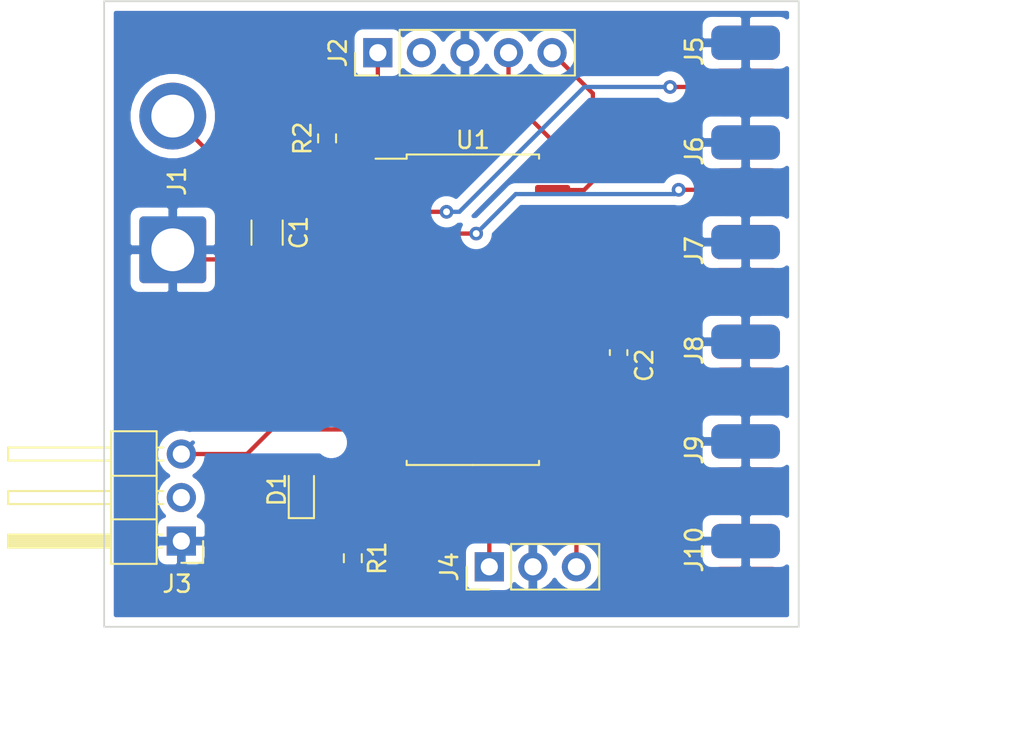
<source format=kicad_pcb>
(kicad_pcb (version 20171130) (host pcbnew "(5.1.8)-1")

  (general
    (thickness 1.6)
    (drawings 6)
    (tracks 77)
    (zones 0)
    (modules 16)
    (nets 30)
  )

  (page A4)
  (layers
    (0 F.Cu signal)
    (31 B.Cu signal)
    (32 B.Adhes user hide)
    (33 F.Adhes user hide)
    (34 B.Paste user hide)
    (35 F.Paste user hide)
    (36 B.SilkS user)
    (37 F.SilkS user)
    (38 B.Mask user)
    (39 F.Mask user)
    (40 Dwgs.User user)
    (41 Cmts.User user hide)
    (42 Eco1.User user hide)
    (43 Eco2.User user hide)
    (44 Edge.Cuts user)
    (45 Margin user hide)
    (46 B.CrtYd user hide)
    (47 F.CrtYd user hide)
    (48 B.Fab user hide)
    (49 F.Fab user hide)
  )

  (setup
    (last_trace_width 0.25)
    (trace_clearance 0.15)
    (zone_clearance 0.508)
    (zone_45_only no)
    (trace_min 0.15)
    (via_size 0.8)
    (via_drill 0.4)
    (via_min_size 0.6)
    (via_min_drill 0.3)
    (uvia_size 0.3)
    (uvia_drill 0.1)
    (uvias_allowed no)
    (uvia_min_size 0.2)
    (uvia_min_drill 0.1)
    (edge_width 0.05)
    (segment_width 0.2)
    (pcb_text_width 0.3)
    (pcb_text_size 1.5 1.5)
    (mod_edge_width 0.153)
    (mod_text_size 1 1)
    (mod_text_width 0.153)
    (pad_size 3.9 3.9)
    (pad_drill 2.5)
    (pad_to_mask_clearance 0.051)
    (solder_mask_min_width 0.25)
    (aux_axis_origin 0 0)
    (visible_elements 7FFFFFFF)
    (pcbplotparams
      (layerselection 0x010fc_ffffffff)
      (usegerberextensions false)
      (usegerberattributes true)
      (usegerberadvancedattributes true)
      (creategerberjobfile true)
      (excludeedgelayer true)
      (linewidth 0.100000)
      (plotframeref false)
      (viasonmask false)
      (mode 1)
      (useauxorigin false)
      (hpglpennumber 1)
      (hpglpenspeed 20)
      (hpglpendiameter 15.000000)
      (psnegative false)
      (psa4output false)
      (plotreference true)
      (plotvalue true)
      (plotinvisibletext false)
      (padsonsilk false)
      (subtractmaskfromsilk false)
      (outputformat 1)
      (mirror false)
      (drillshape 1)
      (scaleselection 1)
      (outputdirectory ""))
  )

  (net 0 "")
  (net 1 GND)
  (net 2 VDD)
  (net 3 "Net-(D1-Pad2)")
  (net 4 "Net-(D1-Pad1)")
  (net 5 "Net-(J2-Pad5)")
  (net 6 "Net-(J2-Pad4)")
  (net 7 "Net-(J2-Pad1)")
  (net 8 "Net-(J3-Pad3)")
  (net 9 "Net-(J3-Pad2)")
  (net 10 "Net-(J4-Pad3)")
  (net 11 "Net-(J4-Pad1)")
  (net 12 "Net-(J5-Pad2)")
  (net 13 "Net-(J6-Pad2)")
  (net 14 "Net-(J7-Pad2)")
  (net 15 "Net-(J8-Pad2)")
  (net 16 "Net-(J9-Pad2)")
  (net 17 "Net-(J10-Pad2)")
  (net 18 "Net-(U1-Pad26)")
  (net 19 "Net-(U1-Pad25)")
  (net 20 "Net-(U1-Pad22)")
  (net 21 "Net-(U1-Pad21)")
  (net 22 "Net-(U1-Pad18)")
  (net 23 "Net-(U1-Pad15)")
  (net 24 "Net-(U1-Pad10)")
  (net 25 "Net-(U1-Pad7)")
  (net 26 "Net-(U1-Pad6)")
  (net 27 "Net-(U1-Pad5)")
  (net 28 "Net-(U1-Pad2)")
  (net 29 "Net-(U1-Pad9)")

  (net_class Default "This is the default net class."
    (clearance 0.15)
    (trace_width 0.25)
    (via_dia 0.8)
    (via_drill 0.4)
    (uvia_dia 0.3)
    (uvia_drill 0.1)
    (add_net GND)
    (add_net "Net-(D1-Pad1)")
    (add_net "Net-(D1-Pad2)")
    (add_net "Net-(J10-Pad2)")
    (add_net "Net-(J2-Pad1)")
    (add_net "Net-(J2-Pad4)")
    (add_net "Net-(J2-Pad5)")
    (add_net "Net-(J3-Pad2)")
    (add_net "Net-(J3-Pad3)")
    (add_net "Net-(J4-Pad1)")
    (add_net "Net-(J4-Pad3)")
    (add_net "Net-(J5-Pad2)")
    (add_net "Net-(J6-Pad2)")
    (add_net "Net-(J7-Pad2)")
    (add_net "Net-(J8-Pad2)")
    (add_net "Net-(J9-Pad2)")
    (add_net "Net-(U1-Pad10)")
    (add_net "Net-(U1-Pad15)")
    (add_net "Net-(U1-Pad18)")
    (add_net "Net-(U1-Pad2)")
    (add_net "Net-(U1-Pad21)")
    (add_net "Net-(U1-Pad22)")
    (add_net "Net-(U1-Pad25)")
    (add_net "Net-(U1-Pad26)")
    (add_net "Net-(U1-Pad5)")
    (add_net "Net-(U1-Pad6)")
    (add_net "Net-(U1-Pad7)")
    (add_net "Net-(U1-Pad9)")
    (add_net VDD)
  )

  (module Connector_Wire:SolderWire-2sqmm_1x02_P7.8mm_D2mm_OD3.9mm (layer F.Cu) (tedit 602AFD5A) (tstamp 602B537A)
    (at 122 84 90)
    (descr "Soldered wire connection, for 2 times 2 mm² wires, reinforced insulation, conductor diameter 2mm, outer diameter 3.9mm, size source Multi-Contact FLEXI-xV 2.0 (https://ec.staubli.com/AcroFiles/Catalogues/TM_Cab-Main-11014119_(en)_hi.pdf), bend radius 3 times outer diameter, generated with kicad-footprint-generator")
    (tags "connector wire 2sqmm")
    (path /602A7CC6)
    (attr virtual)
    (fp_text reference J1 (at 4 0.25 90) (layer F.SilkS)
      (effects (font (size 1 1) (thickness 0.15)))
    )
    (fp_text value "5V Power" (at 4.4 3.4 90) (layer F.Fab)
      (effects (font (size 1 1) (thickness 0.15)))
    )
    (fp_line (start 10.5 -2.45) (end 5.1 -2.45) (layer F.CrtYd) (width 0.05))
    (fp_line (start 10.5 2.45) (end 10.5 -2.45) (layer F.CrtYd) (width 0.05))
    (fp_line (start 5.1 2.45) (end 10.5 2.45) (layer F.CrtYd) (width 0.05))
    (fp_line (start 5.1 -2.45) (end 5.1 2.45) (layer F.CrtYd) (width 0.05))
    (fp_line (start 2.7 -2.45) (end -2.7 -2.45) (layer F.CrtYd) (width 0.05))
    (fp_line (start 2.7 2.45) (end 2.7 -2.45) (layer F.CrtYd) (width 0.05))
    (fp_line (start -2.7 2.45) (end 2.7 2.45) (layer F.CrtYd) (width 0.05))
    (fp_line (start -2.7 -2.45) (end -2.7 2.45) (layer F.CrtYd) (width 0.05))
    (fp_circle (center 7.8 0) (end 9.75 0) (layer F.Fab) (width 0.1))
    (fp_circle (center 0 0) (end 1.95 0) (layer F.Fab) (width 0.1))
    (fp_text user %R (at 4.4 0 90) (layer F.Fab)
      (effects (font (size 1 1) (thickness 0.15)))
    )
    (pad 2 thru_hole circle (at 7.8 0 90) (size 3.9 3.9) (drill 2.5) (layers *.Cu *.Mask)
      (net 2 VDD))
    (pad 1 thru_hole roundrect (at 0 0 90) (size 3.9 3.9) (drill 2.5) (layers *.Cu *.Mask) (roundrect_rratio 0.064)
      (net 1 GND))
    (model ${KISYS3DMOD}/Connector_Wire.3dshapes/SolderWire-2sqmm_1x02_P7.8mm_D2mm_OD3.9mm.wrl
      (at (xyz 0 0 0))
      (scale (xyz 1 1 1))
      (rotate (xyz 0 0 0))
    )
  )

  (module Package_SO:SOIC-28W_7.5x17.9mm_P1.27mm (layer F.Cu) (tedit 5D9F72B1) (tstamp 602B5469)
    (at 139.5 87.5)
    (descr "SOIC, 28 Pin (JEDEC MS-013AE, https://www.analog.com/media/en/package-pcb-resources/package/35833120341221rw_28.pdf), generated with kicad-footprint-generator ipc_gullwing_generator.py")
    (tags "SOIC SO")
    (path /602AEAF8)
    (attr smd)
    (fp_text reference U1 (at 0 -9.9) (layer F.SilkS)
      (effects (font (size 1 1) (thickness 0.15)))
    )
    (fp_text value PIC18F27Q43-xSO (at 0 9.9) (layer F.Fab)
      (effects (font (size 1 1) (thickness 0.15)))
    )
    (fp_line (start 5.93 -9.2) (end -5.93 -9.2) (layer F.CrtYd) (width 0.05))
    (fp_line (start 5.93 9.2) (end 5.93 -9.2) (layer F.CrtYd) (width 0.05))
    (fp_line (start -5.93 9.2) (end 5.93 9.2) (layer F.CrtYd) (width 0.05))
    (fp_line (start -5.93 -9.2) (end -5.93 9.2) (layer F.CrtYd) (width 0.05))
    (fp_line (start -3.75 -7.95) (end -2.75 -8.95) (layer F.Fab) (width 0.1))
    (fp_line (start -3.75 8.95) (end -3.75 -7.95) (layer F.Fab) (width 0.1))
    (fp_line (start 3.75 8.95) (end -3.75 8.95) (layer F.Fab) (width 0.1))
    (fp_line (start 3.75 -8.95) (end 3.75 8.95) (layer F.Fab) (width 0.1))
    (fp_line (start -2.75 -8.95) (end 3.75 -8.95) (layer F.Fab) (width 0.1))
    (fp_line (start -3.86 -8.815) (end -5.675 -8.815) (layer F.SilkS) (width 0.12))
    (fp_line (start -3.86 -9.06) (end -3.86 -8.815) (layer F.SilkS) (width 0.12))
    (fp_line (start 0 -9.06) (end -3.86 -9.06) (layer F.SilkS) (width 0.12))
    (fp_line (start 3.86 -9.06) (end 3.86 -8.815) (layer F.SilkS) (width 0.12))
    (fp_line (start 0 -9.06) (end 3.86 -9.06) (layer F.SilkS) (width 0.12))
    (fp_line (start -3.86 9.06) (end -3.86 8.815) (layer F.SilkS) (width 0.12))
    (fp_line (start 0 9.06) (end -3.86 9.06) (layer F.SilkS) (width 0.12))
    (fp_line (start 3.86 9.06) (end 3.86 8.815) (layer F.SilkS) (width 0.12))
    (fp_line (start 0 9.06) (end 3.86 9.06) (layer F.SilkS) (width 0.12))
    (fp_text user %R (at 0 0) (layer F.Fab)
      (effects (font (size 1 1) (thickness 0.15)))
    )
    (pad 28 smd roundrect (at 4.65 -8.255) (size 2.05 0.6) (layers F.Cu F.Paste F.Mask) (roundrect_rratio 0.25)
      (net 6 "Net-(J2-Pad4)"))
    (pad 27 smd roundrect (at 4.65 -6.985) (size 2.05 0.6) (layers F.Cu F.Paste F.Mask) (roundrect_rratio 0.25)
      (net 5 "Net-(J2-Pad5)"))
    (pad 26 smd roundrect (at 4.65 -5.715) (size 2.05 0.6) (layers F.Cu F.Paste F.Mask) (roundrect_rratio 0.25)
      (net 18 "Net-(U1-Pad26)"))
    (pad 25 smd roundrect (at 4.65 -4.445) (size 2.05 0.6) (layers F.Cu F.Paste F.Mask) (roundrect_rratio 0.25)
      (net 19 "Net-(U1-Pad25)"))
    (pad 24 smd roundrect (at 4.65 -3.175) (size 2.05 0.6) (layers F.Cu F.Paste F.Mask) (roundrect_rratio 0.25)
      (net 14 "Net-(J7-Pad2)"))
    (pad 23 smd roundrect (at 4.65 -1.905) (size 2.05 0.6) (layers F.Cu F.Paste F.Mask) (roundrect_rratio 0.25)
      (net 15 "Net-(J8-Pad2)"))
    (pad 22 smd roundrect (at 4.65 -0.635) (size 2.05 0.6) (layers F.Cu F.Paste F.Mask) (roundrect_rratio 0.25)
      (net 20 "Net-(U1-Pad22)"))
    (pad 21 smd roundrect (at 4.65 0.635) (size 2.05 0.6) (layers F.Cu F.Paste F.Mask) (roundrect_rratio 0.25)
      (net 21 "Net-(U1-Pad21)"))
    (pad 20 smd roundrect (at 4.65 1.905) (size 2.05 0.6) (layers F.Cu F.Paste F.Mask) (roundrect_rratio 0.25)
      (net 2 VDD))
    (pad 19 smd roundrect (at 4.65 3.175) (size 2.05 0.6) (layers F.Cu F.Paste F.Mask) (roundrect_rratio 0.25)
      (net 1 GND))
    (pad 18 smd roundrect (at 4.65 4.445) (size 2.05 0.6) (layers F.Cu F.Paste F.Mask) (roundrect_rratio 0.25)
      (net 22 "Net-(U1-Pad18)"))
    (pad 17 smd roundrect (at 4.65 5.715) (size 2.05 0.6) (layers F.Cu F.Paste F.Mask) (roundrect_rratio 0.25)
      (net 16 "Net-(J9-Pad2)"))
    (pad 16 smd roundrect (at 4.65 6.985) (size 2.05 0.6) (layers F.Cu F.Paste F.Mask) (roundrect_rratio 0.25)
      (net 17 "Net-(J10-Pad2)"))
    (pad 15 smd roundrect (at 4.65 8.255) (size 2.05 0.6) (layers F.Cu F.Paste F.Mask) (roundrect_rratio 0.25)
      (net 23 "Net-(U1-Pad15)"))
    (pad 14 smd roundrect (at -4.65 8.255) (size 2.05 0.6) (layers F.Cu F.Paste F.Mask) (roundrect_rratio 0.25)
      (net 3 "Net-(D1-Pad2)"))
    (pad 13 smd roundrect (at -4.65 6.985) (size 2.05 0.6) (layers F.Cu F.Paste F.Mask) (roundrect_rratio 0.25)
      (net 8 "Net-(J3-Pad3)"))
    (pad 12 smd roundrect (at -4.65 5.715) (size 2.05 0.6) (layers F.Cu F.Paste F.Mask) (roundrect_rratio 0.25)
      (net 11 "Net-(J4-Pad1)"))
    (pad 11 smd roundrect (at -4.65 4.445) (size 2.05 0.6) (layers F.Cu F.Paste F.Mask) (roundrect_rratio 0.25)
      (net 10 "Net-(J4-Pad3)"))
    (pad 10 smd roundrect (at -4.65 3.175) (size 2.05 0.6) (layers F.Cu F.Paste F.Mask) (roundrect_rratio 0.25)
      (net 24 "Net-(U1-Pad10)"))
    (pad 9 smd roundrect (at -4.65 1.905) (size 2.05 0.6) (layers F.Cu F.Paste F.Mask) (roundrect_rratio 0.25)
      (net 29 "Net-(U1-Pad9)"))
    (pad 8 smd roundrect (at -4.65 0.635) (size 2.05 0.6) (layers F.Cu F.Paste F.Mask) (roundrect_rratio 0.25)
      (net 1 GND))
    (pad 7 smd roundrect (at -4.65 -0.635) (size 2.05 0.6) (layers F.Cu F.Paste F.Mask) (roundrect_rratio 0.25)
      (net 25 "Net-(U1-Pad7)"))
    (pad 6 smd roundrect (at -4.65 -1.905) (size 2.05 0.6) (layers F.Cu F.Paste F.Mask) (roundrect_rratio 0.25)
      (net 26 "Net-(U1-Pad6)"))
    (pad 5 smd roundrect (at -4.65 -3.175) (size 2.05 0.6) (layers F.Cu F.Paste F.Mask) (roundrect_rratio 0.25)
      (net 27 "Net-(U1-Pad5)"))
    (pad 4 smd roundrect (at -4.65 -4.445) (size 2.05 0.6) (layers F.Cu F.Paste F.Mask) (roundrect_rratio 0.25)
      (net 13 "Net-(J6-Pad2)"))
    (pad 3 smd roundrect (at -4.65 -5.715) (size 2.05 0.6) (layers F.Cu F.Paste F.Mask) (roundrect_rratio 0.25)
      (net 12 "Net-(J5-Pad2)"))
    (pad 2 smd roundrect (at -4.65 -6.985) (size 2.05 0.6) (layers F.Cu F.Paste F.Mask) (roundrect_rratio 0.25)
      (net 28 "Net-(U1-Pad2)"))
    (pad 1 smd roundrect (at -4.65 -8.255) (size 2.05 0.6) (layers F.Cu F.Paste F.Mask) (roundrect_rratio 0.25)
      (net 7 "Net-(J2-Pad1)"))
    (model ${KISYS3DMOD}/Package_SO.3dshapes/SOIC-28W_7.5x17.9mm_P1.27mm.wrl
      (at (xyz 0 0 0))
      (scale (xyz 1 1 1))
      (rotate (xyz 0 0 0))
    )
  )

  (module Resistor_SMD:R_0603_1608Metric (layer F.Cu) (tedit 5F68FEEE) (tstamp 602B5436)
    (at 131 77.5 90)
    (descr "Resistor SMD 0603 (1608 Metric), square (rectangular) end terminal, IPC_7351 nominal, (Body size source: IPC-SM-782 page 72, https://www.pcb-3d.com/wordpress/wp-content/uploads/ipc-sm-782a_amendment_1_and_2.pdf), generated with kicad-footprint-generator")
    (tags resistor)
    (path /6029F916)
    (attr smd)
    (fp_text reference R2 (at 0 -1.43 90) (layer F.SilkS)
      (effects (font (size 1 1) (thickness 0.15)))
    )
    (fp_text value 10k (at 0 1.43 90) (layer F.Fab)
      (effects (font (size 1 1) (thickness 0.15)))
    )
    (fp_line (start 1.48 0.73) (end -1.48 0.73) (layer F.CrtYd) (width 0.05))
    (fp_line (start 1.48 -0.73) (end 1.48 0.73) (layer F.CrtYd) (width 0.05))
    (fp_line (start -1.48 -0.73) (end 1.48 -0.73) (layer F.CrtYd) (width 0.05))
    (fp_line (start -1.48 0.73) (end -1.48 -0.73) (layer F.CrtYd) (width 0.05))
    (fp_line (start -0.237258 0.5225) (end 0.237258 0.5225) (layer F.SilkS) (width 0.12))
    (fp_line (start -0.237258 -0.5225) (end 0.237258 -0.5225) (layer F.SilkS) (width 0.12))
    (fp_line (start 0.8 0.4125) (end -0.8 0.4125) (layer F.Fab) (width 0.1))
    (fp_line (start 0.8 -0.4125) (end 0.8 0.4125) (layer F.Fab) (width 0.1))
    (fp_line (start -0.8 -0.4125) (end 0.8 -0.4125) (layer F.Fab) (width 0.1))
    (fp_line (start -0.8 0.4125) (end -0.8 -0.4125) (layer F.Fab) (width 0.1))
    (fp_text user %R (at 0 0 90) (layer F.Fab)
      (effects (font (size 0.4 0.4) (thickness 0.06)))
    )
    (pad 2 smd roundrect (at 0.825 0 90) (size 0.8 0.95) (layers F.Cu F.Paste F.Mask) (roundrect_rratio 0.25)
      (net 7 "Net-(J2-Pad1)"))
    (pad 1 smd roundrect (at -0.825 0 90) (size 0.8 0.95) (layers F.Cu F.Paste F.Mask) (roundrect_rratio 0.25)
      (net 2 VDD))
    (model ${KISYS3DMOD}/Resistor_SMD.3dshapes/R_0603_1608Metric.wrl
      (at (xyz 0 0 0))
      (scale (xyz 1 1 1))
      (rotate (xyz 0 0 0))
    )
  )

  (module Resistor_SMD:R_0603_1608Metric (layer F.Cu) (tedit 5F68FEEE) (tstamp 602B5425)
    (at 132.5 102 270)
    (descr "Resistor SMD 0603 (1608 Metric), square (rectangular) end terminal, IPC_7351 nominal, (Body size source: IPC-SM-782 page 72, https://www.pcb-3d.com/wordpress/wp-content/uploads/ipc-sm-782a_amendment_1_and_2.pdf), generated with kicad-footprint-generator")
    (tags resistor)
    (path /602B7BC0)
    (attr smd)
    (fp_text reference R1 (at 0 -1.43 90) (layer F.SilkS)
      (effects (font (size 1 1) (thickness 0.15)))
    )
    (fp_text value 220 (at 0 1.43 90) (layer F.Fab)
      (effects (font (size 1 1) (thickness 0.15)))
    )
    (fp_line (start 1.48 0.73) (end -1.48 0.73) (layer F.CrtYd) (width 0.05))
    (fp_line (start 1.48 -0.73) (end 1.48 0.73) (layer F.CrtYd) (width 0.05))
    (fp_line (start -1.48 -0.73) (end 1.48 -0.73) (layer F.CrtYd) (width 0.05))
    (fp_line (start -1.48 0.73) (end -1.48 -0.73) (layer F.CrtYd) (width 0.05))
    (fp_line (start -0.237258 0.5225) (end 0.237258 0.5225) (layer F.SilkS) (width 0.12))
    (fp_line (start -0.237258 -0.5225) (end 0.237258 -0.5225) (layer F.SilkS) (width 0.12))
    (fp_line (start 0.8 0.4125) (end -0.8 0.4125) (layer F.Fab) (width 0.1))
    (fp_line (start 0.8 -0.4125) (end 0.8 0.4125) (layer F.Fab) (width 0.1))
    (fp_line (start -0.8 -0.4125) (end 0.8 -0.4125) (layer F.Fab) (width 0.1))
    (fp_line (start -0.8 0.4125) (end -0.8 -0.4125) (layer F.Fab) (width 0.1))
    (fp_text user %R (at 0 0 90) (layer F.Fab)
      (effects (font (size 0.4 0.4) (thickness 0.06)))
    )
    (pad 2 smd roundrect (at 0.825 0 270) (size 0.8 0.95) (layers F.Cu F.Paste F.Mask) (roundrect_rratio 0.25)
      (net 1 GND))
    (pad 1 smd roundrect (at -0.825 0 270) (size 0.8 0.95) (layers F.Cu F.Paste F.Mask) (roundrect_rratio 0.25)
      (net 4 "Net-(D1-Pad1)"))
    (model ${KISYS3DMOD}/Resistor_SMD.3dshapes/R_0603_1608Metric.wrl
      (at (xyz 0 0 0))
      (scale (xyz 1 1 1))
      (rotate (xyz 0 0 0))
    )
  )

  (module LEDStringConn:TopBottom_3Pin (layer F.Cu) (tedit 602AF891) (tstamp 602B5680)
    (at 152.908 103.5 90)
    (path /602ADC6B)
    (attr smd)
    (fp_text reference J10 (at 2 -0.5 90) (layer F.SilkS)
      (effects (font (size 1 1) (thickness 0.153)))
    )
    (fp_text value String6 (at 2.54 5.588 90) (layer F.Fab)
      (effects (font (size 1 1) (thickness 0.15)))
    )
    (pad 3 smd roundrect (at 2.5 2.5 90) (size 2 4) (layers B.Cu B.Paste B.Mask) (roundrect_rratio 0.25)
      (net 1 GND))
    (pad 2 smd roundrect (at 0 2.54 90) (size 2 4) (layers F.Cu F.Paste F.Mask) (roundrect_rratio 0.25)
      (net 17 "Net-(J10-Pad2)"))
    (pad 1 smd roundrect (at 2.5 2.5 90) (size 2 4) (layers F.Cu F.Paste F.Mask) (roundrect_rratio 0.25)
      (net 2 VDD))
  )

  (module LEDStringConn:TopBottom_3Pin (layer F.Cu) (tedit 602AF891) (tstamp 602B540D)
    (at 152.908 97.6844 90)
    (path /602AAFA4)
    (attr smd)
    (fp_text reference J9 (at 2 -0.5 90) (layer F.SilkS)
      (effects (font (size 1 1) (thickness 0.153)))
    )
    (fp_text value String5 (at 2.54 5.588 90) (layer F.Fab)
      (effects (font (size 1 1) (thickness 0.15)))
    )
    (pad 3 smd roundrect (at 2.5 2.5 90) (size 2 4) (layers B.Cu B.Paste B.Mask) (roundrect_rratio 0.25)
      (net 1 GND))
    (pad 2 smd roundrect (at 0 2.54 90) (size 2 4) (layers F.Cu F.Paste F.Mask) (roundrect_rratio 0.25)
      (net 16 "Net-(J9-Pad2)"))
    (pad 1 smd roundrect (at 2.5 2.5 90) (size 2 4) (layers F.Cu F.Paste F.Mask) (roundrect_rratio 0.25)
      (net 2 VDD))
  )

  (module LEDStringConn:TopBottom_3Pin (layer F.Cu) (tedit 602AF891) (tstamp 602B5406)
    (at 152.908 91.8688 90)
    (path /602AA6DA)
    (attr smd)
    (fp_text reference J8 (at 2 -0.5 90) (layer F.SilkS)
      (effects (font (size 1 1) (thickness 0.153)))
    )
    (fp_text value String4 (at 2.54 5.588 90) (layer F.Fab)
      (effects (font (size 1 1) (thickness 0.15)))
    )
    (pad 3 smd roundrect (at 2.5 2.5 90) (size 2 4) (layers B.Cu B.Paste B.Mask) (roundrect_rratio 0.25)
      (net 1 GND))
    (pad 2 smd roundrect (at 0 2.54 90) (size 2 4) (layers F.Cu F.Paste F.Mask) (roundrect_rratio 0.25)
      (net 15 "Net-(J8-Pad2)"))
    (pad 1 smd roundrect (at 2.5 2.5 90) (size 2 4) (layers F.Cu F.Paste F.Mask) (roundrect_rratio 0.25)
      (net 2 VDD))
  )

  (module LEDStringConn:TopBottom_3Pin (layer F.Cu) (tedit 602AF891) (tstamp 602B53FF)
    (at 152.908 86.0532 90)
    (path /602A9B25)
    (attr smd)
    (fp_text reference J7 (at 2 -0.5 90) (layer F.SilkS)
      (effects (font (size 1 1) (thickness 0.153)))
    )
    (fp_text value String3 (at 2.54 5.588 90) (layer F.Fab)
      (effects (font (size 1 1) (thickness 0.15)))
    )
    (pad 3 smd roundrect (at 2.5 2.5 90) (size 2 4) (layers B.Cu B.Paste B.Mask) (roundrect_rratio 0.25)
      (net 1 GND))
    (pad 2 smd roundrect (at 0 2.54 90) (size 2 4) (layers F.Cu F.Paste F.Mask) (roundrect_rratio 0.25)
      (net 14 "Net-(J7-Pad2)"))
    (pad 1 smd roundrect (at 2.5 2.5 90) (size 2 4) (layers F.Cu F.Paste F.Mask) (roundrect_rratio 0.25)
      (net 2 VDD))
  )

  (module LEDStringConn:TopBottom_3Pin (layer F.Cu) (tedit 602AF891) (tstamp 602B53F8)
    (at 152.908 80.2376 90)
    (path /602A9004)
    (attr smd)
    (fp_text reference J6 (at 2 -0.5 90) (layer F.SilkS)
      (effects (font (size 1 1) (thickness 0.153)))
    )
    (fp_text value String2 (at 2.54 5.588 90) (layer F.Fab)
      (effects (font (size 1 1) (thickness 0.15)))
    )
    (pad 3 smd roundrect (at 2.5 2.5 90) (size 2 4) (layers B.Cu B.Paste B.Mask) (roundrect_rratio 0.25)
      (net 1 GND))
    (pad 2 smd roundrect (at 0 2.54 90) (size 2 4) (layers F.Cu F.Paste F.Mask) (roundrect_rratio 0.25)
      (net 13 "Net-(J6-Pad2)"))
    (pad 1 smd roundrect (at 2.5 2.5 90) (size 2 4) (layers F.Cu F.Paste F.Mask) (roundrect_rratio 0.25)
      (net 2 VDD))
  )

  (module LEDStringConn:TopBottom_3Pin (layer F.Cu) (tedit 602AF891) (tstamp 602B55ED)
    (at 152.908 74.422 90)
    (path /602A882C)
    (attr smd)
    (fp_text reference J5 (at 2 -0.5 90) (layer F.SilkS)
      (effects (font (size 1 1) (thickness 0.153)))
    )
    (fp_text value String1 (at 2.54 5.588 90) (layer F.Fab)
      (effects (font (size 1 1) (thickness 0.15)))
    )
    (pad 3 smd roundrect (at 2.5 2.5 90) (size 2 4) (layers B.Cu B.Paste B.Mask) (roundrect_rratio 0.25)
      (net 1 GND))
    (pad 2 smd roundrect (at 0 2.54 90) (size 2 4) (layers F.Cu F.Paste F.Mask) (roundrect_rratio 0.25)
      (net 12 "Net-(J5-Pad2)"))
    (pad 1 smd roundrect (at 2.5 2.5 90) (size 2 4) (layers F.Cu F.Paste F.Mask) (roundrect_rratio 0.25)
      (net 2 VDD))
  )

  (module Connector_PinHeader_2.54mm:PinHeader_1x03_P2.54mm_Vertical (layer F.Cu) (tedit 59FED5CC) (tstamp 602B53EA)
    (at 140.46 102.5 90)
    (descr "Through hole straight pin header, 1x03, 2.54mm pitch, single row")
    (tags "Through hole pin header THT 1x03 2.54mm single row")
    (path /602A7478)
    (fp_text reference J4 (at 0 -2.33 90) (layer F.SilkS)
      (effects (font (size 1 1) (thickness 0.15)))
    )
    (fp_text value "Serial Connect" (at 0 7.41 90) (layer F.Fab)
      (effects (font (size 1 1) (thickness 0.15)))
    )
    (fp_line (start 1.8 -1.8) (end -1.8 -1.8) (layer F.CrtYd) (width 0.05))
    (fp_line (start 1.8 6.85) (end 1.8 -1.8) (layer F.CrtYd) (width 0.05))
    (fp_line (start -1.8 6.85) (end 1.8 6.85) (layer F.CrtYd) (width 0.05))
    (fp_line (start -1.8 -1.8) (end -1.8 6.85) (layer F.CrtYd) (width 0.05))
    (fp_line (start -1.33 -1.33) (end 0 -1.33) (layer F.SilkS) (width 0.12))
    (fp_line (start -1.33 0) (end -1.33 -1.33) (layer F.SilkS) (width 0.12))
    (fp_line (start -1.33 1.27) (end 1.33 1.27) (layer F.SilkS) (width 0.12))
    (fp_line (start 1.33 1.27) (end 1.33 6.41) (layer F.SilkS) (width 0.12))
    (fp_line (start -1.33 1.27) (end -1.33 6.41) (layer F.SilkS) (width 0.12))
    (fp_line (start -1.33 6.41) (end 1.33 6.41) (layer F.SilkS) (width 0.12))
    (fp_line (start -1.27 -0.635) (end -0.635 -1.27) (layer F.Fab) (width 0.1))
    (fp_line (start -1.27 6.35) (end -1.27 -0.635) (layer F.Fab) (width 0.1))
    (fp_line (start 1.27 6.35) (end -1.27 6.35) (layer F.Fab) (width 0.1))
    (fp_line (start 1.27 -1.27) (end 1.27 6.35) (layer F.Fab) (width 0.1))
    (fp_line (start -0.635 -1.27) (end 1.27 -1.27) (layer F.Fab) (width 0.1))
    (fp_text user %R (at 0 2.54) (layer F.Fab)
      (effects (font (size 1 1) (thickness 0.15)))
    )
    (pad 3 thru_hole oval (at 0 5.08 90) (size 1.7 1.7) (drill 1) (layers *.Cu *.Mask)
      (net 10 "Net-(J4-Pad3)"))
    (pad 2 thru_hole oval (at 0 2.54 90) (size 1.7 1.7) (drill 1) (layers *.Cu *.Mask)
      (net 1 GND))
    (pad 1 thru_hole rect (at 0 0 90) (size 1.7 1.7) (drill 1) (layers *.Cu *.Mask)
      (net 11 "Net-(J4-Pad1)"))
    (model ${KISYS3DMOD}/Connector_PinHeader_2.54mm.3dshapes/PinHeader_1x03_P2.54mm_Vertical.wrl
      (at (xyz 0 0 0))
      (scale (xyz 1 1 1))
      (rotate (xyz 0 0 0))
    )
  )

  (module Connector_PinHeader_2.54mm:PinHeader_1x03_P2.54mm_Horizontal (layer F.Cu) (tedit 59FED5CB) (tstamp 602B53D3)
    (at 122.5 101 180)
    (descr "Through hole angled pin header, 1x03, 2.54mm pitch, 6mm pin length, single row")
    (tags "Through hole angled pin header THT 1x03 2.54mm single row")
    (path /6029D4DE)
    (fp_text reference J3 (at 0.25 -2.5) (layer F.SilkS)
      (effects (font (size 1 1) (thickness 0.15)))
    )
    (fp_text value RCin (at 4.385 7.35) (layer F.Fab)
      (effects (font (size 1 1) (thickness 0.15)))
    )
    (fp_line (start 10.55 -1.8) (end -1.8 -1.8) (layer F.CrtYd) (width 0.05))
    (fp_line (start 10.55 6.85) (end 10.55 -1.8) (layer F.CrtYd) (width 0.05))
    (fp_line (start -1.8 6.85) (end 10.55 6.85) (layer F.CrtYd) (width 0.05))
    (fp_line (start -1.8 -1.8) (end -1.8 6.85) (layer F.CrtYd) (width 0.05))
    (fp_line (start -1.27 -1.27) (end 0 -1.27) (layer F.SilkS) (width 0.12))
    (fp_line (start -1.27 0) (end -1.27 -1.27) (layer F.SilkS) (width 0.12))
    (fp_line (start 1.042929 5.46) (end 1.44 5.46) (layer F.SilkS) (width 0.12))
    (fp_line (start 1.042929 4.7) (end 1.44 4.7) (layer F.SilkS) (width 0.12))
    (fp_line (start 10.1 5.46) (end 4.1 5.46) (layer F.SilkS) (width 0.12))
    (fp_line (start 10.1 4.7) (end 10.1 5.46) (layer F.SilkS) (width 0.12))
    (fp_line (start 4.1 4.7) (end 10.1 4.7) (layer F.SilkS) (width 0.12))
    (fp_line (start 1.44 3.81) (end 4.1 3.81) (layer F.SilkS) (width 0.12))
    (fp_line (start 1.042929 2.92) (end 1.44 2.92) (layer F.SilkS) (width 0.12))
    (fp_line (start 1.042929 2.16) (end 1.44 2.16) (layer F.SilkS) (width 0.12))
    (fp_line (start 10.1 2.92) (end 4.1 2.92) (layer F.SilkS) (width 0.12))
    (fp_line (start 10.1 2.16) (end 10.1 2.92) (layer F.SilkS) (width 0.12))
    (fp_line (start 4.1 2.16) (end 10.1 2.16) (layer F.SilkS) (width 0.12))
    (fp_line (start 1.44 1.27) (end 4.1 1.27) (layer F.SilkS) (width 0.12))
    (fp_line (start 1.11 0.38) (end 1.44 0.38) (layer F.SilkS) (width 0.12))
    (fp_line (start 1.11 -0.38) (end 1.44 -0.38) (layer F.SilkS) (width 0.12))
    (fp_line (start 4.1 0.28) (end 10.1 0.28) (layer F.SilkS) (width 0.12))
    (fp_line (start 4.1 0.16) (end 10.1 0.16) (layer F.SilkS) (width 0.12))
    (fp_line (start 4.1 0.04) (end 10.1 0.04) (layer F.SilkS) (width 0.12))
    (fp_line (start 4.1 -0.08) (end 10.1 -0.08) (layer F.SilkS) (width 0.12))
    (fp_line (start 4.1 -0.2) (end 10.1 -0.2) (layer F.SilkS) (width 0.12))
    (fp_line (start 4.1 -0.32) (end 10.1 -0.32) (layer F.SilkS) (width 0.12))
    (fp_line (start 10.1 0.38) (end 4.1 0.38) (layer F.SilkS) (width 0.12))
    (fp_line (start 10.1 -0.38) (end 10.1 0.38) (layer F.SilkS) (width 0.12))
    (fp_line (start 4.1 -0.38) (end 10.1 -0.38) (layer F.SilkS) (width 0.12))
    (fp_line (start 4.1 -1.33) (end 1.44 -1.33) (layer F.SilkS) (width 0.12))
    (fp_line (start 4.1 6.41) (end 4.1 -1.33) (layer F.SilkS) (width 0.12))
    (fp_line (start 1.44 6.41) (end 4.1 6.41) (layer F.SilkS) (width 0.12))
    (fp_line (start 1.44 -1.33) (end 1.44 6.41) (layer F.SilkS) (width 0.12))
    (fp_line (start 4.04 5.4) (end 10.04 5.4) (layer F.Fab) (width 0.1))
    (fp_line (start 10.04 4.76) (end 10.04 5.4) (layer F.Fab) (width 0.1))
    (fp_line (start 4.04 4.76) (end 10.04 4.76) (layer F.Fab) (width 0.1))
    (fp_line (start -0.32 5.4) (end 1.5 5.4) (layer F.Fab) (width 0.1))
    (fp_line (start -0.32 4.76) (end -0.32 5.4) (layer F.Fab) (width 0.1))
    (fp_line (start -0.32 4.76) (end 1.5 4.76) (layer F.Fab) (width 0.1))
    (fp_line (start 4.04 2.86) (end 10.04 2.86) (layer F.Fab) (width 0.1))
    (fp_line (start 10.04 2.22) (end 10.04 2.86) (layer F.Fab) (width 0.1))
    (fp_line (start 4.04 2.22) (end 10.04 2.22) (layer F.Fab) (width 0.1))
    (fp_line (start -0.32 2.86) (end 1.5 2.86) (layer F.Fab) (width 0.1))
    (fp_line (start -0.32 2.22) (end -0.32 2.86) (layer F.Fab) (width 0.1))
    (fp_line (start -0.32 2.22) (end 1.5 2.22) (layer F.Fab) (width 0.1))
    (fp_line (start 4.04 0.32) (end 10.04 0.32) (layer F.Fab) (width 0.1))
    (fp_line (start 10.04 -0.32) (end 10.04 0.32) (layer F.Fab) (width 0.1))
    (fp_line (start 4.04 -0.32) (end 10.04 -0.32) (layer F.Fab) (width 0.1))
    (fp_line (start -0.32 0.32) (end 1.5 0.32) (layer F.Fab) (width 0.1))
    (fp_line (start -0.32 -0.32) (end -0.32 0.32) (layer F.Fab) (width 0.1))
    (fp_line (start -0.32 -0.32) (end 1.5 -0.32) (layer F.Fab) (width 0.1))
    (fp_line (start 1.5 -0.635) (end 2.135 -1.27) (layer F.Fab) (width 0.1))
    (fp_line (start 1.5 6.35) (end 1.5 -0.635) (layer F.Fab) (width 0.1))
    (fp_line (start 4.04 6.35) (end 1.5 6.35) (layer F.Fab) (width 0.1))
    (fp_line (start 4.04 -1.27) (end 4.04 6.35) (layer F.Fab) (width 0.1))
    (fp_line (start 2.135 -1.27) (end 4.04 -1.27) (layer F.Fab) (width 0.1))
    (fp_text user %R (at 2.77 2.54 90) (layer F.Fab)
      (effects (font (size 1 1) (thickness 0.15)))
    )
    (pad 3 thru_hole oval (at 0 5.08 180) (size 1.7 1.7) (drill 1) (layers *.Cu *.Mask)
      (net 8 "Net-(J3-Pad3)"))
    (pad 2 thru_hole oval (at 0 2.54 180) (size 1.7 1.7) (drill 1) (layers *.Cu *.Mask)
      (net 9 "Net-(J3-Pad2)"))
    (pad 1 thru_hole rect (at 0 0 180) (size 1.7 1.7) (drill 1) (layers *.Cu *.Mask)
      (net 1 GND))
    (model ${KISYS3DMOD}/Connector_PinHeader_2.54mm.3dshapes/PinHeader_1x03_P2.54mm_Horizontal.wrl
      (at (xyz 0 0 0))
      (scale (xyz 1 1 1))
      (rotate (xyz 0 0 0))
    )
  )

  (module Connector_PinHeader_2.54mm:PinHeader_1x05_P2.54mm_Vertical (layer F.Cu) (tedit 59FED5CC) (tstamp 602B5393)
    (at 133.96 72.5 90)
    (descr "Through hole straight pin header, 1x05, 2.54mm pitch, single row")
    (tags "Through hole pin header THT 1x05 2.54mm single row")
    (path /602D318D)
    (fp_text reference J2 (at 0 -2.33 90) (layer F.SilkS)
      (effects (font (size 1 1) (thickness 0.15)))
    )
    (fp_text value ICSP (at 0 12.49 90) (layer F.Fab)
      (effects (font (size 1 1) (thickness 0.15)))
    )
    (fp_line (start 1.8 -1.8) (end -1.8 -1.8) (layer F.CrtYd) (width 0.05))
    (fp_line (start 1.8 11.95) (end 1.8 -1.8) (layer F.CrtYd) (width 0.05))
    (fp_line (start -1.8 11.95) (end 1.8 11.95) (layer F.CrtYd) (width 0.05))
    (fp_line (start -1.8 -1.8) (end -1.8 11.95) (layer F.CrtYd) (width 0.05))
    (fp_line (start -1.33 -1.33) (end 0 -1.33) (layer F.SilkS) (width 0.12))
    (fp_line (start -1.33 0) (end -1.33 -1.33) (layer F.SilkS) (width 0.12))
    (fp_line (start -1.33 1.27) (end 1.33 1.27) (layer F.SilkS) (width 0.12))
    (fp_line (start 1.33 1.27) (end 1.33 11.49) (layer F.SilkS) (width 0.12))
    (fp_line (start -1.33 1.27) (end -1.33 11.49) (layer F.SilkS) (width 0.12))
    (fp_line (start -1.33 11.49) (end 1.33 11.49) (layer F.SilkS) (width 0.12))
    (fp_line (start -1.27 -0.635) (end -0.635 -1.27) (layer F.Fab) (width 0.1))
    (fp_line (start -1.27 11.43) (end -1.27 -0.635) (layer F.Fab) (width 0.1))
    (fp_line (start 1.27 11.43) (end -1.27 11.43) (layer F.Fab) (width 0.1))
    (fp_line (start 1.27 -1.27) (end 1.27 11.43) (layer F.Fab) (width 0.1))
    (fp_line (start -0.635 -1.27) (end 1.27 -1.27) (layer F.Fab) (width 0.1))
    (fp_text user %R (at 0 5.08) (layer F.Fab)
      (effects (font (size 1 1) (thickness 0.15)))
    )
    (pad 5 thru_hole oval (at 0 10.16 90) (size 1.7 1.7) (drill 1) (layers *.Cu *.Mask)
      (net 5 "Net-(J2-Pad5)"))
    (pad 4 thru_hole oval (at 0 7.62 90) (size 1.7 1.7) (drill 1) (layers *.Cu *.Mask)
      (net 6 "Net-(J2-Pad4)"))
    (pad 3 thru_hole oval (at 0 5.08 90) (size 1.7 1.7) (drill 1) (layers *.Cu *.Mask)
      (net 1 GND))
    (pad 2 thru_hole oval (at 0 2.54 90) (size 1.7 1.7) (drill 1) (layers *.Cu *.Mask)
      (net 2 VDD))
    (pad 1 thru_hole rect (at 0 0 90) (size 1.7 1.7) (drill 1) (layers *.Cu *.Mask)
      (net 7 "Net-(J2-Pad1)"))
    (model ${KISYS3DMOD}/Connector_PinHeader_2.54mm.3dshapes/PinHeader_1x05_P2.54mm_Vertical.wrl
      (at (xyz 0 0 0))
      (scale (xyz 1 1 1))
      (rotate (xyz 0 0 0))
    )
  )

  (module LED_SMD:LED_0603_1608Metric_Pad1.05x0.95mm_HandSolder (layer F.Cu) (tedit 5F68FEF1) (tstamp 602B5369)
    (at 129.5 98 90)
    (descr "LED SMD 0603 (1608 Metric), square (rectangular) end terminal, IPC_7351 nominal, (Body size source: http://www.tortai-tech.com/upload/download/2011102023233369053.pdf), generated with kicad-footprint-generator")
    (tags "LED handsolder")
    (path /602B6ED3)
    (attr smd)
    (fp_text reference D1 (at 0 -1.43 90) (layer F.SilkS)
      (effects (font (size 1 1) (thickness 0.15)))
    )
    (fp_text value LED (at 0 1.43 90) (layer F.Fab)
      (effects (font (size 1 1) (thickness 0.15)))
    )
    (fp_line (start 1.65 0.73) (end -1.65 0.73) (layer F.CrtYd) (width 0.05))
    (fp_line (start 1.65 -0.73) (end 1.65 0.73) (layer F.CrtYd) (width 0.05))
    (fp_line (start -1.65 -0.73) (end 1.65 -0.73) (layer F.CrtYd) (width 0.05))
    (fp_line (start -1.65 0.73) (end -1.65 -0.73) (layer F.CrtYd) (width 0.05))
    (fp_line (start -1.66 0.735) (end 0.8 0.735) (layer F.SilkS) (width 0.12))
    (fp_line (start -1.66 -0.735) (end -1.66 0.735) (layer F.SilkS) (width 0.12))
    (fp_line (start 0.8 -0.735) (end -1.66 -0.735) (layer F.SilkS) (width 0.12))
    (fp_line (start 0.8 0.4) (end 0.8 -0.4) (layer F.Fab) (width 0.1))
    (fp_line (start -0.8 0.4) (end 0.8 0.4) (layer F.Fab) (width 0.1))
    (fp_line (start -0.8 -0.1) (end -0.8 0.4) (layer F.Fab) (width 0.1))
    (fp_line (start -0.5 -0.4) (end -0.8 -0.1) (layer F.Fab) (width 0.1))
    (fp_line (start 0.8 -0.4) (end -0.5 -0.4) (layer F.Fab) (width 0.1))
    (fp_text user %R (at 0 0 90) (layer F.Fab)
      (effects (font (size 0.4 0.4) (thickness 0.06)))
    )
    (pad 2 smd roundrect (at 0.875 0 90) (size 1.05 0.95) (layers F.Cu F.Paste F.Mask) (roundrect_rratio 0.25)
      (net 3 "Net-(D1-Pad2)"))
    (pad 1 smd roundrect (at -0.875 0 90) (size 1.05 0.95) (layers F.Cu F.Paste F.Mask) (roundrect_rratio 0.25)
      (net 4 "Net-(D1-Pad1)"))
    (model ${KISYS3DMOD}/LED_SMD.3dshapes/LED_0603_1608Metric.wrl
      (at (xyz 0 0 0))
      (scale (xyz 1 1 1))
      (rotate (xyz 0 0 0))
    )
  )

  (module Capacitor_SMD:C_0603_1608Metric_Pad1.08x0.95mm_HandSolder (layer F.Cu) (tedit 5F68FEEF) (tstamp 602B5356)
    (at 148 90 90)
    (descr "Capacitor SMD 0603 (1608 Metric), square (rectangular) end terminal, IPC_7351 nominal with elongated pad for handsoldering. (Body size source: IPC-SM-782 page 76, https://www.pcb-3d.com/wordpress/wp-content/uploads/ipc-sm-782a_amendment_1_and_2.pdf), generated with kicad-footprint-generator")
    (tags "capacitor handsolder")
    (path /602AFB39)
    (attr smd)
    (fp_text reference C2 (at -0.75 1.5 90) (layer F.SilkS)
      (effects (font (size 1 1) (thickness 0.15)))
    )
    (fp_text value "0.1 uF" (at 0 1.43 90) (layer F.Fab)
      (effects (font (size 1 1) (thickness 0.15)))
    )
    (fp_line (start 1.65 0.73) (end -1.65 0.73) (layer F.CrtYd) (width 0.05))
    (fp_line (start 1.65 -0.73) (end 1.65 0.73) (layer F.CrtYd) (width 0.05))
    (fp_line (start -1.65 -0.73) (end 1.65 -0.73) (layer F.CrtYd) (width 0.05))
    (fp_line (start -1.65 0.73) (end -1.65 -0.73) (layer F.CrtYd) (width 0.05))
    (fp_line (start -0.146267 0.51) (end 0.146267 0.51) (layer F.SilkS) (width 0.12))
    (fp_line (start -0.146267 -0.51) (end 0.146267 -0.51) (layer F.SilkS) (width 0.12))
    (fp_line (start 0.8 0.4) (end -0.8 0.4) (layer F.Fab) (width 0.1))
    (fp_line (start 0.8 -0.4) (end 0.8 0.4) (layer F.Fab) (width 0.1))
    (fp_line (start -0.8 -0.4) (end 0.8 -0.4) (layer F.Fab) (width 0.1))
    (fp_line (start -0.8 0.4) (end -0.8 -0.4) (layer F.Fab) (width 0.1))
    (fp_text user %R (at 0 0 90) (layer F.Fab)
      (effects (font (size 0.4 0.4) (thickness 0.06)))
    )
    (pad 2 smd roundrect (at 0.8625 0 90) (size 1.075 0.95) (layers F.Cu F.Paste F.Mask) (roundrect_rratio 0.25)
      (net 2 VDD))
    (pad 1 smd roundrect (at -0.8625 0 90) (size 1.075 0.95) (layers F.Cu F.Paste F.Mask) (roundrect_rratio 0.25)
      (net 1 GND))
    (model ${KISYS3DMOD}/Capacitor_SMD.3dshapes/C_0603_1608Metric.wrl
      (at (xyz 0 0 0))
      (scale (xyz 1 1 1))
      (rotate (xyz 0 0 0))
    )
  )

  (module Capacitor_SMD:C_1206_3216Metric_Pad1.33x1.80mm_HandSolder (layer F.Cu) (tedit 5F68FEEF) (tstamp 602B5345)
    (at 127.5 83 270)
    (descr "Capacitor SMD 1206 (3216 Metric), square (rectangular) end terminal, IPC_7351 nominal with elongated pad for handsoldering. (Body size source: IPC-SM-782 page 76, https://www.pcb-3d.com/wordpress/wp-content/uploads/ipc-sm-782a_amendment_1_and_2.pdf), generated with kicad-footprint-generator")
    (tags "capacitor handsolder")
    (path /602ABE5F)
    (attr smd)
    (fp_text reference C1 (at 0 -1.85 90) (layer F.SilkS)
      (effects (font (size 1 1) (thickness 0.15)))
    )
    (fp_text value "10 uF" (at 0 1.85 90) (layer F.Fab)
      (effects (font (size 1 1) (thickness 0.15)))
    )
    (fp_line (start 2.48 1.15) (end -2.48 1.15) (layer F.CrtYd) (width 0.05))
    (fp_line (start 2.48 -1.15) (end 2.48 1.15) (layer F.CrtYd) (width 0.05))
    (fp_line (start -2.48 -1.15) (end 2.48 -1.15) (layer F.CrtYd) (width 0.05))
    (fp_line (start -2.48 1.15) (end -2.48 -1.15) (layer F.CrtYd) (width 0.05))
    (fp_line (start -0.711252 0.91) (end 0.711252 0.91) (layer F.SilkS) (width 0.12))
    (fp_line (start -0.711252 -0.91) (end 0.711252 -0.91) (layer F.SilkS) (width 0.12))
    (fp_line (start 1.6 0.8) (end -1.6 0.8) (layer F.Fab) (width 0.1))
    (fp_line (start 1.6 -0.8) (end 1.6 0.8) (layer F.Fab) (width 0.1))
    (fp_line (start -1.6 -0.8) (end 1.6 -0.8) (layer F.Fab) (width 0.1))
    (fp_line (start -1.6 0.8) (end -1.6 -0.8) (layer F.Fab) (width 0.1))
    (fp_text user %R (at 0 0 90) (layer F.Fab)
      (effects (font (size 0.8 0.8) (thickness 0.12)))
    )
    (pad 2 smd roundrect (at 1.5625 0 270) (size 1.325 1.8) (layers F.Cu F.Paste F.Mask) (roundrect_rratio 0.188679)
      (net 1 GND))
    (pad 1 smd roundrect (at -1.5625 0 270) (size 1.325 1.8) (layers F.Cu F.Paste F.Mask) (roundrect_rratio 0.188679)
      (net 2 VDD))
    (model ${KISYS3DMOD}/Capacitor_SMD.3dshapes/C_1206_3216Metric.wrl
      (at (xyz 0 0 0))
      (scale (xyz 1 1 1))
      (rotate (xyz 0 0 0))
    )
  )

  (dimension 36.25 (width 0.15) (layer Dwgs.User)
    (gr_text "36.250 mm" (at 170.3 87.625 270) (layer Dwgs.User)
      (effects (font (size 1 1) (thickness 0.15)))
    )
    (feature1 (pts (xy 158.5 105.75) (xy 169.586421 105.75)))
    (feature2 (pts (xy 158.5 69.5) (xy 169.586421 69.5)))
    (crossbar (pts (xy 169 69.5) (xy 169 105.75)))
    (arrow1a (pts (xy 169 105.75) (xy 168.413579 104.623496)))
    (arrow1b (pts (xy 169 105.75) (xy 169.586421 104.623496)))
    (arrow2a (pts (xy 169 69.5) (xy 168.413579 70.626504)))
    (arrow2b (pts (xy 169 69.5) (xy 169.586421 70.626504)))
  )
  (dimension 40.5 (width 0.15) (layer Dwgs.User)
    (gr_text "40.500 mm" (at 138.25 113.8) (layer Dwgs.User)
      (effects (font (size 1 1) (thickness 0.15)))
    )
    (feature1 (pts (xy 158.5 106) (xy 158.5 113.086421)))
    (feature2 (pts (xy 118 106) (xy 118 113.086421)))
    (crossbar (pts (xy 118 112.5) (xy 158.5 112.5)))
    (arrow1a (pts (xy 158.5 112.5) (xy 157.373496 113.086421)))
    (arrow1b (pts (xy 158.5 112.5) (xy 157.373496 111.913579)))
    (arrow2a (pts (xy 118 112.5) (xy 119.126504 113.086421)))
    (arrow2b (pts (xy 118 112.5) (xy 119.126504 111.913579)))
  )
  (gr_line (start 158.5 69.5) (end 158.5 106) (layer Edge.Cuts) (width 0.1))
  (gr_line (start 118 69.5) (end 158.5 69.5) (layer Edge.Cuts) (width 0.1))
  (gr_line (start 118 106) (end 118 69.5) (layer Edge.Cuts) (width 0.1))
  (gr_line (start 158.5 106) (end 118 106) (layer Edge.Cuts) (width 0.1))

  (segment (start 147.8125 90.675) (end 148 90.8625) (width 0.25) (layer F.Cu) (net 1) (status 30))
  (segment (start 144.15 90.675) (end 147.8125 90.675) (width 0.25) (layer F.Cu) (net 1) (status 30))
  (segment (start 122.5625 84.5625) (end 122 84) (width 0.25) (layer F.Cu) (net 1) (status 30))
  (segment (start 127.5 84.5625) (end 122.5625 84.5625) (width 0.25) (layer F.Cu) (net 1) (status 30))
  (segment (start 134.715 88) (end 134.85 88.135) (width 0.25) (layer F.Cu) (net 1) (status 30))
  (segment (start 122.5 101) (end 126.25 101) (width 0.25) (layer F.Cu) (net 1))
  (segment (start 128.075 102.825) (end 132.5 102.825) (width 0.25) (layer F.Cu) (net 1))
  (segment (start 126.25 101) (end 128.075 102.825) (width 0.25) (layer F.Cu) (net 1))
  (segment (start 134.85 88.135) (end 138.135 88.135) (width 0.25) (layer F.Cu) (net 1))
  (segment (start 140.675 90.675) (end 144.15 90.675) (width 0.25) (layer F.Cu) (net 1))
  (segment (start 138.135 88.135) (end 140.675 90.675) (width 0.25) (layer F.Cu) (net 1))
  (segment (start 147.7325 89.405) (end 148 89.1375) (width 0.25) (layer F.Cu) (net 2) (status 30))
  (segment (start 144.15 89.405) (end 147.7325 89.405) (width 0.25) (layer F.Cu) (net 2) (status 30))
  (segment (start 127.2375 81.4375) (end 127.5 81.4375) (width 0.25) (layer F.Cu) (net 2) (status 30))
  (segment (start 122 76.2) (end 127.2375 81.4375) (width 0.25) (layer F.Cu) (net 2) (status 30))
  (segment (start 133.48 97.125) (end 129.5 97.125) (width 0.25) (layer F.Cu) (net 3) (status 20))
  (segment (start 134.85 95.755) (end 133.48 97.125) (width 0.25) (layer F.Cu) (net 3) (status 10))
  (segment (start 130.2 98.875) (end 132.5 101.175) (width 0.25) (layer F.Cu) (net 4) (status 20))
  (segment (start 129.5 98.875) (end 130.2 98.875) (width 0.25) (layer F.Cu) (net 4) (status 10))
  (segment (start 144.15 80.515) (end 145.985 80.515) (width 0.25) (layer F.Cu) (net 5) (status 10))
  (segment (start 145.985 80.515) (end 146.5 80) (width 0.25) (layer F.Cu) (net 5))
  (segment (start 146.5 74.88) (end 144.12 72.5) (width 0.25) (layer F.Cu) (net 5) (status 20))
  (segment (start 146.5 80) (end 146.5 74.88) (width 0.25) (layer F.Cu) (net 5))
  (segment (start 144.15 79.245) (end 144.15 77.65) (width 0.25) (layer F.Cu) (net 6) (status 10))
  (segment (start 141.58 75.08) (end 141.58 72.5) (width 0.25) (layer F.Cu) (net 6) (status 20))
  (segment (start 144.15 77.65) (end 141.58 75.08) (width 0.25) (layer F.Cu) (net 6))
  (segment (start 134.85 79.245) (end 134.85 78.85) (width 0.25) (layer F.Cu) (net 7) (status 10))
  (segment (start 134.85 78.85) (end 132.675 76.675) (width 0.25) (layer F.Cu) (net 7))
  (segment (start 133.96 75.04) (end 132.325 76.675) (width 0.25) (layer F.Cu) (net 7))
  (segment (start 133.96 72.5) (end 133.96 75.04) (width 0.25) (layer F.Cu) (net 7) (status 10))
  (segment (start 132.325 76.675) (end 131 76.675) (width 0.25) (layer F.Cu) (net 7) (status 20))
  (segment (start 132.675 76.675) (end 132.325 76.675) (width 0.25) (layer F.Cu) (net 7))
  (segment (start 123.17 95.25) (end 122.5 95.92) (width 0.25) (layer B.Cu) (net 8) (status 20))
  (segment (start 122.5 95.92) (end 126.33 95.92) (width 0.25) (layer F.Cu) (net 8))
  (segment (start 127.765 94.485) (end 132.735 94.485) (width 0.25) (layer F.Cu) (net 8))
  (segment (start 126.33 95.92) (end 127.765 94.485) (width 0.25) (layer F.Cu) (net 8))
  (segment (start 132.735 94.485) (end 132.015 94.485) (width 0.25) (layer F.Cu) (net 8))
  (segment (start 134.85 94.485) (end 132.735 94.485) (width 0.25) (layer F.Cu) (net 8))
  (segment (start 134.85 91.945) (end 137.445 91.945) (width 0.25) (layer F.Cu) (net 10) (status 10))
  (segment (start 145.54 100.04) (end 145.54 102.5) (width 0.25) (layer F.Cu) (net 10) (status 20))
  (segment (start 137.445 91.945) (end 145.54 100.04) (width 0.25) (layer F.Cu) (net 10))
  (segment (start 134.85 93.215) (end 137.215 93.215) (width 0.25) (layer F.Cu) (net 11) (status 10))
  (segment (start 140.46 96.46) (end 140.46 102.5) (width 0.25) (layer F.Cu) (net 11) (status 20))
  (segment (start 137.215 93.215) (end 140.46 96.46) (width 0.25) (layer F.Cu) (net 11))
  (segment (start 134.85 81.785) (end 137.965 81.785) (width 0.25) (layer F.Cu) (net 12) (status 10))
  (via (at 137.965 81.785) (size 0.8) (drill 0.4) (layers F.Cu B.Cu) (net 12))
  (segment (start 137.965 81.785) (end 138.715 81.785) (width 0.25) (layer B.Cu) (net 12))
  (segment (start 138.715 81.785) (end 146 74.5) (width 0.25) (layer B.Cu) (net 12))
  (segment (start 146 74.5) (end 151 74.5) (width 0.25) (layer B.Cu) (net 12))
  (via (at 151 74.5) (size 0.8) (drill 0.4) (layers F.Cu B.Cu) (net 12))
  (segment (start 155.37 74.5) (end 155.448 74.422) (width 0.25) (layer F.Cu) (net 12) (status 30))
  (segment (start 151 74.5) (end 155.37 74.5) (width 0.25) (layer F.Cu) (net 12) (status 20))
  (segment (start 134.85 83.055) (end 139.695 83.055) (width 0.25) (layer F.Cu) (net 13) (status 10))
  (via (at 139.695 83.055) (size 0.8) (drill 0.4) (layers F.Cu B.Cu) (net 13))
  (segment (start 139.695 83.055) (end 142 80.75) (width 0.25) (layer B.Cu) (net 13))
  (segment (start 142 80.75) (end 151.25 80.75) (width 0.25) (layer B.Cu) (net 13))
  (segment (start 151.25 80.75) (end 151.5 80.5) (width 0.25) (layer B.Cu) (net 13))
  (via (at 151.5 80.5) (size 0.8) (drill 0.4) (layers F.Cu B.Cu) (net 13))
  (segment (start 155.1856 80.5) (end 155.448 80.2376) (width 0.25) (layer F.Cu) (net 13) (status 30))
  (segment (start 151.5 80.5) (end 155.1856 80.5) (width 0.25) (layer F.Cu) (net 13) (status 20))
  (segment (start 144.15 84.325) (end 148.325 84.325) (width 0.25) (layer F.Cu) (net 14) (status 10))
  (segment (start 148.325 84.325) (end 150 86) (width 0.25) (layer F.Cu) (net 14))
  (segment (start 155.3948 86) (end 155.448 86.0532) (width 0.25) (layer F.Cu) (net 14) (status 30))
  (segment (start 150 86) (end 155.3948 86) (width 0.25) (layer F.Cu) (net 14) (status 20))
  (segment (start 144.15 85.595) (end 147.595 85.595) (width 0.25) (layer F.Cu) (net 15) (status 10))
  (segment (start 147.595 85.595) (end 151 89) (width 0.25) (layer F.Cu) (net 15))
  (segment (start 151 89) (end 151 90.5) (width 0.25) (layer F.Cu) (net 15))
  (segment (start 152.3688 91.8688) (end 155.448 91.8688) (width 0.25) (layer F.Cu) (net 15) (status 20))
  (segment (start 151 90.5) (end 152.3688 91.8688) (width 0.25) (layer F.Cu) (net 15))
  (segment (start 144.15 93.215) (end 146.965 93.215) (width 0.25) (layer F.Cu) (net 16) (status 10))
  (segment (start 151.4344 97.6844) (end 155.448 97.6844) (width 0.25) (layer F.Cu) (net 16) (status 20))
  (segment (start 146.965 93.215) (end 151.4344 97.6844) (width 0.25) (layer F.Cu) (net 16))
  (segment (start 144.15 94.485) (end 145.735 94.485) (width 0.25) (layer F.Cu) (net 17) (status 10))
  (segment (start 145.735 94.485) (end 150.25 99) (width 0.25) (layer F.Cu) (net 17))
  (segment (start 150.25 99) (end 150.25 102) (width 0.25) (layer F.Cu) (net 17))
  (segment (start 151.75 103.5) (end 155.448 103.5) (width 0.25) (layer F.Cu) (net 17) (status 20))
  (segment (start 150.25 102) (end 151.75 103.5) (width 0.25) (layer F.Cu) (net 17))

  (zone (net 1) (net_name GND) (layer B.Cu) (tstamp 0) (hatch edge 0.508)
    (connect_pads (clearance 0.508))
    (min_thickness 0.254)
    (fill yes (arc_segments 32) (thermal_gap 0.508) (thermal_bridge_width 0.508))
    (polygon
      (pts
        (xy 158.5 106) (xy 118 106) (xy 118 69.5) (xy 158.5 69.5)
      )
    )
    (filled_polygon
      (pts
        (xy 157.815 70.434553) (xy 157.762494 70.391463) (xy 157.65218 70.332498) (xy 157.532482 70.296188) (xy 157.408 70.283928)
        (xy 155.69375 70.287) (xy 155.535 70.44575) (xy 155.535 71.795) (xy 155.555 71.795) (xy 155.555 72.049)
        (xy 155.535 72.049) (xy 155.535 73.39825) (xy 155.69375 73.557) (xy 157.408 73.560072) (xy 157.532482 73.547812)
        (xy 157.65218 73.511502) (xy 157.762494 73.452537) (xy 157.815 73.409446) (xy 157.815 76.250154) (xy 157.762494 76.207063)
        (xy 157.65218 76.148098) (xy 157.532482 76.111788) (xy 157.408 76.099528) (xy 155.69375 76.1026) (xy 155.535 76.26135)
        (xy 155.535 77.6106) (xy 155.555 77.6106) (xy 155.555 77.8646) (xy 155.535 77.8646) (xy 155.535 79.21385)
        (xy 155.69375 79.3726) (xy 157.408 79.375672) (xy 157.532482 79.363412) (xy 157.65218 79.327102) (xy 157.762494 79.268137)
        (xy 157.815 79.225046) (xy 157.815 82.065754) (xy 157.762494 82.022663) (xy 157.65218 81.963698) (xy 157.532482 81.927388)
        (xy 157.408 81.915128) (xy 155.69375 81.9182) (xy 155.535 82.07695) (xy 155.535 83.4262) (xy 155.555 83.4262)
        (xy 155.555 83.6802) (xy 155.535 83.6802) (xy 155.535 85.02945) (xy 155.69375 85.1882) (xy 157.408 85.191272)
        (xy 157.532482 85.179012) (xy 157.65218 85.142702) (xy 157.762494 85.083737) (xy 157.815 85.040646) (xy 157.815001 87.881354)
        (xy 157.762494 87.838263) (xy 157.65218 87.779298) (xy 157.532482 87.742988) (xy 157.408 87.730728) (xy 155.69375 87.7338)
        (xy 155.535 87.89255) (xy 155.535 89.2418) (xy 155.555 89.2418) (xy 155.555 89.4958) (xy 155.535 89.4958)
        (xy 155.535 90.84505) (xy 155.69375 91.0038) (xy 157.408 91.006872) (xy 157.532482 90.994612) (xy 157.65218 90.958302)
        (xy 157.762494 90.899337) (xy 157.815001 90.856246) (xy 157.815001 93.696954) (xy 157.762494 93.653863) (xy 157.65218 93.594898)
        (xy 157.532482 93.558588) (xy 157.408 93.546328) (xy 155.69375 93.5494) (xy 155.535 93.70815) (xy 155.535 95.0574)
        (xy 155.555 95.0574) (xy 155.555 95.3114) (xy 155.535 95.3114) (xy 155.535 96.66065) (xy 155.69375 96.8194)
        (xy 157.408 96.822472) (xy 157.532482 96.810212) (xy 157.65218 96.773902) (xy 157.762494 96.714937) (xy 157.815001 96.671846)
        (xy 157.815001 99.512554) (xy 157.762494 99.469463) (xy 157.65218 99.410498) (xy 157.532482 99.374188) (xy 157.408 99.361928)
        (xy 155.69375 99.365) (xy 155.535 99.52375) (xy 155.535 100.873) (xy 155.555 100.873) (xy 155.555 101.127)
        (xy 155.535 101.127) (xy 155.535 102.47625) (xy 155.69375 102.635) (xy 157.408 102.638072) (xy 157.532482 102.625812)
        (xy 157.65218 102.589502) (xy 157.762494 102.530537) (xy 157.815001 102.487446) (xy 157.815001 105.315) (xy 118.685 105.315)
        (xy 118.685 101.85) (xy 121.011928 101.85) (xy 121.024188 101.974482) (xy 121.060498 102.09418) (xy 121.119463 102.204494)
        (xy 121.198815 102.301185) (xy 121.295506 102.380537) (xy 121.40582 102.439502) (xy 121.525518 102.475812) (xy 121.65 102.488072)
        (xy 122.21425 102.485) (xy 122.373 102.32625) (xy 122.373 101.127) (xy 122.627 101.127) (xy 122.627 102.32625)
        (xy 122.78575 102.485) (xy 123.35 102.488072) (xy 123.474482 102.475812) (xy 123.59418 102.439502) (xy 123.704494 102.380537)
        (xy 123.801185 102.301185) (xy 123.880537 102.204494) (xy 123.939502 102.09418) (xy 123.975812 101.974482) (xy 123.988072 101.85)
        (xy 123.986984 101.65) (xy 138.971928 101.65) (xy 138.971928 103.35) (xy 138.984188 103.474482) (xy 139.020498 103.59418)
        (xy 139.079463 103.704494) (xy 139.158815 103.801185) (xy 139.255506 103.880537) (xy 139.36582 103.939502) (xy 139.485518 103.975812)
        (xy 139.61 103.988072) (xy 141.31 103.988072) (xy 141.434482 103.975812) (xy 141.55418 103.939502) (xy 141.664494 103.880537)
        (xy 141.761185 103.801185) (xy 141.840537 103.704494) (xy 141.899502 103.59418) (xy 141.923966 103.513534) (xy 141.999731 103.597588)
        (xy 142.23308 103.771641) (xy 142.495901 103.896825) (xy 142.64311 103.941476) (xy 142.873 103.820155) (xy 142.873 102.627)
        (xy 142.853 102.627) (xy 142.853 102.373) (xy 142.873 102.373) (xy 142.873 101.179845) (xy 143.127 101.179845)
        (xy 143.127 102.373) (xy 143.147 102.373) (xy 143.147 102.627) (xy 143.127 102.627) (xy 143.127 103.820155)
        (xy 143.35689 103.941476) (xy 143.504099 103.896825) (xy 143.76692 103.771641) (xy 144.000269 103.597588) (xy 144.195178 103.381355)
        (xy 144.264805 103.264466) (xy 144.386525 103.446632) (xy 144.593368 103.653475) (xy 144.836589 103.81599) (xy 145.106842 103.927932)
        (xy 145.39374 103.985) (xy 145.68626 103.985) (xy 145.973158 103.927932) (xy 146.243411 103.81599) (xy 146.486632 103.653475)
        (xy 146.693475 103.446632) (xy 146.85599 103.203411) (xy 146.967932 102.933158) (xy 147.025 102.64626) (xy 147.025 102.35374)
        (xy 146.967932 102.066842) (xy 146.940246 102) (xy 152.769928 102) (xy 152.782188 102.124482) (xy 152.818498 102.24418)
        (xy 152.877463 102.354494) (xy 152.956815 102.451185) (xy 153.053506 102.530537) (xy 153.16382 102.589502) (xy 153.283518 102.625812)
        (xy 153.408 102.638072) (xy 155.12225 102.635) (xy 155.281 102.47625) (xy 155.281 101.127) (xy 152.93175 101.127)
        (xy 152.773 101.28575) (xy 152.769928 102) (xy 146.940246 102) (xy 146.85599 101.796589) (xy 146.693475 101.553368)
        (xy 146.486632 101.346525) (xy 146.243411 101.18401) (xy 145.973158 101.072068) (xy 145.68626 101.015) (xy 145.39374 101.015)
        (xy 145.106842 101.072068) (xy 144.836589 101.18401) (xy 144.593368 101.346525) (xy 144.386525 101.553368) (xy 144.264805 101.735534)
        (xy 144.195178 101.618645) (xy 144.000269 101.402412) (xy 143.76692 101.228359) (xy 143.504099 101.103175) (xy 143.35689 101.058524)
        (xy 143.127 101.179845) (xy 142.873 101.179845) (xy 142.64311 101.058524) (xy 142.495901 101.103175) (xy 142.23308 101.228359)
        (xy 141.999731 101.402412) (xy 141.923966 101.486466) (xy 141.899502 101.40582) (xy 141.840537 101.295506) (xy 141.761185 101.198815)
        (xy 141.664494 101.119463) (xy 141.55418 101.060498) (xy 141.434482 101.024188) (xy 141.31 101.011928) (xy 139.61 101.011928)
        (xy 139.485518 101.024188) (xy 139.36582 101.060498) (xy 139.255506 101.119463) (xy 139.158815 101.198815) (xy 139.079463 101.295506)
        (xy 139.020498 101.40582) (xy 138.984188 101.525518) (xy 138.971928 101.65) (xy 123.986984 101.65) (xy 123.985 101.28575)
        (xy 123.82625 101.127) (xy 122.627 101.127) (xy 122.373 101.127) (xy 121.17375 101.127) (xy 121.015 101.28575)
        (xy 121.011928 101.85) (xy 118.685 101.85) (xy 118.685 100.15) (xy 121.011928 100.15) (xy 121.015 100.71425)
        (xy 121.17375 100.873) (xy 122.373 100.873) (xy 122.373 100.853) (xy 122.627 100.853) (xy 122.627 100.873)
        (xy 123.82625 100.873) (xy 123.985 100.71425) (xy 123.988072 100.15) (xy 123.975812 100.025518) (xy 123.968072 100)
        (xy 152.769928 100) (xy 152.773 100.71425) (xy 152.93175 100.873) (xy 155.281 100.873) (xy 155.281 99.52375)
        (xy 155.12225 99.365) (xy 153.408 99.361928) (xy 153.283518 99.374188) (xy 153.16382 99.410498) (xy 153.053506 99.469463)
        (xy 152.956815 99.548815) (xy 152.877463 99.645506) (xy 152.818498 99.75582) (xy 152.782188 99.875518) (xy 152.769928 100)
        (xy 123.968072 100) (xy 123.939502 99.90582) (xy 123.880537 99.795506) (xy 123.801185 99.698815) (xy 123.704494 99.619463)
        (xy 123.59418 99.560498) (xy 123.52162 99.538487) (xy 123.653475 99.406632) (xy 123.81599 99.163411) (xy 123.927932 98.893158)
        (xy 123.985 98.60626) (xy 123.985 98.31374) (xy 123.927932 98.026842) (xy 123.81599 97.756589) (xy 123.653475 97.513368)
        (xy 123.446632 97.306525) (xy 123.27224 97.19) (xy 123.446632 97.073475) (xy 123.653475 96.866632) (xy 123.81599 96.623411)
        (xy 123.927932 96.353158) (xy 123.985 96.06626) (xy 123.985 96.01) (xy 130.546289 96.01) (xy 130.590226 96.053937)
        (xy 130.759744 96.167205) (xy 130.948102 96.245226) (xy 131.148061 96.285) (xy 131.351939 96.285) (xy 131.551898 96.245226)
        (xy 131.698743 96.1844) (xy 152.769928 96.1844) (xy 152.782188 96.308882) (xy 152.818498 96.42858) (xy 152.877463 96.538894)
        (xy 152.956815 96.635585) (xy 153.053506 96.714937) (xy 153.16382 96.773902) (xy 153.283518 96.810212) (xy 153.408 96.822472)
        (xy 155.12225 96.8194) (xy 155.281 96.66065) (xy 155.281 95.3114) (xy 152.93175 95.3114) (xy 152.773 95.47015)
        (xy 152.769928 96.1844) (xy 131.698743 96.1844) (xy 131.740256 96.167205) (xy 131.909774 96.053937) (xy 132.053937 95.909774)
        (xy 132.167205 95.740256) (xy 132.245226 95.551898) (xy 132.285 95.351939) (xy 132.285 95.148061) (xy 132.245226 94.948102)
        (xy 132.167205 94.759744) (xy 132.053937 94.590226) (xy 131.909774 94.446063) (xy 131.740256 94.332795) (xy 131.551898 94.254774)
        (xy 131.351939 94.215) (xy 131.148061 94.215) (xy 130.948102 94.254774) (xy 130.759744 94.332795) (xy 130.590226 94.446063)
        (xy 130.546289 94.49) (xy 123.207322 94.49) (xy 123.169999 94.486324) (xy 123.132676 94.49) (xy 123.132667 94.49)
        (xy 123.021014 94.500997) (xy 122.982742 94.512606) (xy 122.933158 94.492068) (xy 122.64626 94.435) (xy 122.35374 94.435)
        (xy 122.066842 94.492068) (xy 121.796589 94.60401) (xy 121.553368 94.766525) (xy 121.346525 94.973368) (xy 121.18401 95.216589)
        (xy 121.072068 95.486842) (xy 121.015 95.77374) (xy 121.015 96.06626) (xy 121.072068 96.353158) (xy 121.18401 96.623411)
        (xy 121.346525 96.866632) (xy 121.553368 97.073475) (xy 121.72776 97.19) (xy 121.553368 97.306525) (xy 121.346525 97.513368)
        (xy 121.18401 97.756589) (xy 121.072068 98.026842) (xy 121.015 98.31374) (xy 121.015 98.60626) (xy 121.072068 98.893158)
        (xy 121.18401 99.163411) (xy 121.346525 99.406632) (xy 121.47838 99.538487) (xy 121.40582 99.560498) (xy 121.295506 99.619463)
        (xy 121.198815 99.698815) (xy 121.119463 99.795506) (xy 121.060498 99.90582) (xy 121.024188 100.025518) (xy 121.011928 100.15)
        (xy 118.685 100.15) (xy 118.685 94.1844) (xy 152.769928 94.1844) (xy 152.773 94.89865) (xy 152.93175 95.0574)
        (xy 155.281 95.0574) (xy 155.281 93.70815) (xy 155.12225 93.5494) (xy 153.408 93.546328) (xy 153.283518 93.558588)
        (xy 153.16382 93.594898) (xy 153.053506 93.653863) (xy 152.956815 93.733215) (xy 152.877463 93.829906) (xy 152.818498 93.94022)
        (xy 152.782188 94.059918) (xy 152.769928 94.1844) (xy 118.685 94.1844) (xy 118.685 90.3688) (xy 152.769928 90.3688)
        (xy 152.782188 90.493282) (xy 152.818498 90.61298) (xy 152.877463 90.723294) (xy 152.956815 90.819985) (xy 153.053506 90.899337)
        (xy 153.16382 90.958302) (xy 153.283518 90.994612) (xy 153.408 91.006872) (xy 155.12225 91.0038) (xy 155.281 90.84505)
        (xy 155.281 89.4958) (xy 152.93175 89.4958) (xy 152.773 89.65455) (xy 152.769928 90.3688) (xy 118.685 90.3688)
        (xy 118.685 88.3688) (xy 152.769928 88.3688) (xy 152.773 89.08305) (xy 152.93175 89.2418) (xy 155.281 89.2418)
        (xy 155.281 87.89255) (xy 155.12225 87.7338) (xy 153.408 87.730728) (xy 153.283518 87.742988) (xy 153.16382 87.779298)
        (xy 153.053506 87.838263) (xy 152.956815 87.917615) (xy 152.877463 88.014306) (xy 152.818498 88.12462) (xy 152.782188 88.244318)
        (xy 152.769928 88.3688) (xy 118.685 88.3688) (xy 118.685 85.95) (xy 119.411928 85.95) (xy 119.424188 86.074482)
        (xy 119.460498 86.19418) (xy 119.519463 86.304494) (xy 119.598815 86.401185) (xy 119.695506 86.480537) (xy 119.80582 86.539502)
        (xy 119.925518 86.575812) (xy 120.05 86.588072) (xy 121.71425 86.585) (xy 121.873 86.42625) (xy 121.873 84.127)
        (xy 122.127 84.127) (xy 122.127 86.42625) (xy 122.28575 86.585) (xy 123.95 86.588072) (xy 124.074482 86.575812)
        (xy 124.19418 86.539502) (xy 124.304494 86.480537) (xy 124.401185 86.401185) (xy 124.480537 86.304494) (xy 124.539502 86.19418)
        (xy 124.575812 86.074482) (xy 124.588072 85.95) (xy 124.585494 84.5532) (xy 152.769928 84.5532) (xy 152.782188 84.677682)
        (xy 152.818498 84.79738) (xy 152.877463 84.907694) (xy 152.956815 85.004385) (xy 153.053506 85.083737) (xy 153.16382 85.142702)
        (xy 153.283518 85.179012) (xy 153.408 85.191272) (xy 155.12225 85.1882) (xy 155.281 85.02945) (xy 155.281 83.6802)
        (xy 152.93175 83.6802) (xy 152.773 83.83895) (xy 152.769928 84.5532) (xy 124.585494 84.5532) (xy 124.585 84.28575)
        (xy 124.42625 84.127) (xy 122.127 84.127) (xy 121.873 84.127) (xy 119.57375 84.127) (xy 119.415 84.28575)
        (xy 119.411928 85.95) (xy 118.685 85.95) (xy 118.685 82.05) (xy 119.411928 82.05) (xy 119.415 83.71425)
        (xy 119.57375 83.873) (xy 121.873 83.873) (xy 121.873 81.57375) (xy 122.127 81.57375) (xy 122.127 83.873)
        (xy 124.42625 83.873) (xy 124.585 83.71425) (xy 124.588072 82.05) (xy 124.575812 81.925518) (xy 124.539502 81.80582)
        (xy 124.480537 81.695506) (xy 124.470324 81.683061) (xy 136.93 81.683061) (xy 136.93 81.886939) (xy 136.969774 82.086898)
        (xy 137.047795 82.275256) (xy 137.161063 82.444774) (xy 137.305226 82.588937) (xy 137.474744 82.702205) (xy 137.663102 82.780226)
        (xy 137.863061 82.82) (xy 138.066939 82.82) (xy 138.266898 82.780226) (xy 138.455256 82.702205) (xy 138.624774 82.588937)
        (xy 138.668711 82.545) (xy 138.677678 82.545) (xy 138.715 82.548676) (xy 138.752322 82.545) (xy 138.752333 82.545)
        (xy 138.793711 82.540925) (xy 138.777795 82.564744) (xy 138.699774 82.753102) (xy 138.66 82.953061) (xy 138.66 83.156939)
        (xy 138.699774 83.356898) (xy 138.777795 83.545256) (xy 138.891063 83.714774) (xy 139.035226 83.858937) (xy 139.204744 83.972205)
        (xy 139.393102 84.050226) (xy 139.593061 84.09) (xy 139.796939 84.09) (xy 139.996898 84.050226) (xy 140.185256 83.972205)
        (xy 140.354774 83.858937) (xy 140.498937 83.714774) (xy 140.612205 83.545256) (xy 140.690226 83.356898) (xy 140.73 83.156939)
        (xy 140.73 83.094801) (xy 141.271601 82.5532) (xy 152.769928 82.5532) (xy 152.773 83.26745) (xy 152.93175 83.4262)
        (xy 155.281 83.4262) (xy 155.281 82.07695) (xy 155.12225 81.9182) (xy 153.408 81.915128) (xy 153.283518 81.927388)
        (xy 153.16382 81.963698) (xy 153.053506 82.022663) (xy 152.956815 82.102015) (xy 152.877463 82.198706) (xy 152.818498 82.30902)
        (xy 152.782188 82.428718) (xy 152.769928 82.5532) (xy 141.271601 82.5532) (xy 142.314802 81.51) (xy 151.212678 81.51)
        (xy 151.25 81.513676) (xy 151.277326 81.510985) (xy 151.398061 81.535) (xy 151.601939 81.535) (xy 151.801898 81.495226)
        (xy 151.990256 81.417205) (xy 152.159774 81.303937) (xy 152.303937 81.159774) (xy 152.417205 80.990256) (xy 152.495226 80.801898)
        (xy 152.535 80.601939) (xy 152.535 80.398061) (xy 152.495226 80.198102) (xy 152.417205 80.009744) (xy 152.303937 79.840226)
        (xy 152.159774 79.696063) (xy 151.990256 79.582795) (xy 151.801898 79.504774) (xy 151.601939 79.465) (xy 151.398061 79.465)
        (xy 151.198102 79.504774) (xy 151.009744 79.582795) (xy 150.840226 79.696063) (xy 150.696063 79.840226) (xy 150.595987 79.99)
        (xy 142.037322 79.99) (xy 141.999999 79.986324) (xy 141.962676 79.99) (xy 141.962667 79.99) (xy 141.851014 80.000997)
        (xy 141.707753 80.044454) (xy 141.575724 80.115026) (xy 141.459999 80.209999) (xy 141.436201 80.238997) (xy 139.655199 82.02)
        (xy 139.593061 82.02) (xy 139.545301 82.0295) (xy 142.837201 78.7376) (xy 152.769928 78.7376) (xy 152.782188 78.862082)
        (xy 152.818498 78.98178) (xy 152.877463 79.092094) (xy 152.956815 79.188785) (xy 153.053506 79.268137) (xy 153.16382 79.327102)
        (xy 153.283518 79.363412) (xy 153.408 79.375672) (xy 155.12225 79.3726) (xy 155.281 79.21385) (xy 155.281 77.8646)
        (xy 152.93175 77.8646) (xy 152.773 78.02335) (xy 152.769928 78.7376) (xy 142.837201 78.7376) (xy 144.837201 76.7376)
        (xy 152.769928 76.7376) (xy 152.773 77.45185) (xy 152.93175 77.6106) (xy 155.281 77.6106) (xy 155.281 76.26135)
        (xy 155.12225 76.1026) (xy 153.408 76.099528) (xy 153.283518 76.111788) (xy 153.16382 76.148098) (xy 153.053506 76.207063)
        (xy 152.956815 76.286415) (xy 152.877463 76.383106) (xy 152.818498 76.49342) (xy 152.782188 76.613118) (xy 152.769928 76.7376)
        (xy 144.837201 76.7376) (xy 146.314802 75.26) (xy 150.296289 75.26) (xy 150.340226 75.303937) (xy 150.509744 75.417205)
        (xy 150.698102 75.495226) (xy 150.898061 75.535) (xy 151.101939 75.535) (xy 151.301898 75.495226) (xy 151.490256 75.417205)
        (xy 151.659774 75.303937) (xy 151.803937 75.159774) (xy 151.917205 74.990256) (xy 151.995226 74.801898) (xy 152.035 74.601939)
        (xy 152.035 74.398061) (xy 151.995226 74.198102) (xy 151.917205 74.009744) (xy 151.803937 73.840226) (xy 151.659774 73.696063)
        (xy 151.490256 73.582795) (xy 151.301898 73.504774) (xy 151.101939 73.465) (xy 150.898061 73.465) (xy 150.698102 73.504774)
        (xy 150.509744 73.582795) (xy 150.340226 73.696063) (xy 150.296289 73.74) (xy 146.037323 73.74) (xy 146 73.736324)
        (xy 145.962677 73.74) (xy 145.962667 73.74) (xy 145.851014 73.750997) (xy 145.707753 73.794454) (xy 145.575724 73.865026)
        (xy 145.459999 73.959999) (xy 145.436201 73.988997) (xy 138.516489 80.90871) (xy 138.455256 80.867795) (xy 138.266898 80.789774)
        (xy 138.066939 80.75) (xy 137.863061 80.75) (xy 137.663102 80.789774) (xy 137.474744 80.867795) (xy 137.305226 80.981063)
        (xy 137.161063 81.125226) (xy 137.047795 81.294744) (xy 136.969774 81.483102) (xy 136.93 81.683061) (xy 124.470324 81.683061)
        (xy 124.401185 81.598815) (xy 124.304494 81.519463) (xy 124.19418 81.460498) (xy 124.074482 81.424188) (xy 123.95 81.411928)
        (xy 122.28575 81.415) (xy 122.127 81.57375) (xy 121.873 81.57375) (xy 121.71425 81.415) (xy 120.05 81.411928)
        (xy 119.925518 81.424188) (xy 119.80582 81.460498) (xy 119.695506 81.519463) (xy 119.598815 81.598815) (xy 119.519463 81.695506)
        (xy 119.460498 81.80582) (xy 119.424188 81.925518) (xy 119.411928 82.05) (xy 118.685 82.05) (xy 118.685 75.9454)
        (xy 119.415 75.9454) (xy 119.415 76.4546) (xy 119.51434 76.954017) (xy 119.709202 77.424457) (xy 119.992099 77.847842)
        (xy 120.352158 78.207901) (xy 120.775543 78.490798) (xy 121.245983 78.68566) (xy 121.7454 78.785) (xy 122.2546 78.785)
        (xy 122.754017 78.68566) (xy 123.224457 78.490798) (xy 123.647842 78.207901) (xy 124.007901 77.847842) (xy 124.290798 77.424457)
        (xy 124.48566 76.954017) (xy 124.585 76.4546) (xy 124.585 75.9454) (xy 124.48566 75.445983) (xy 124.290798 74.975543)
        (xy 124.007901 74.552158) (xy 123.647842 74.192099) (xy 123.224457 73.909202) (xy 122.754017 73.71434) (xy 122.2546 73.615)
        (xy 121.7454 73.615) (xy 121.245983 73.71434) (xy 120.775543 73.909202) (xy 120.352158 74.192099) (xy 119.992099 74.552158)
        (xy 119.709202 74.975543) (xy 119.51434 75.445983) (xy 119.415 75.9454) (xy 118.685 75.9454) (xy 118.685 71.65)
        (xy 132.471928 71.65) (xy 132.471928 73.35) (xy 132.484188 73.474482) (xy 132.520498 73.59418) (xy 132.579463 73.704494)
        (xy 132.658815 73.801185) (xy 132.755506 73.880537) (xy 132.86582 73.939502) (xy 132.985518 73.975812) (xy 133.11 73.988072)
        (xy 134.81 73.988072) (xy 134.934482 73.975812) (xy 135.05418 73.939502) (xy 135.164494 73.880537) (xy 135.261185 73.801185)
        (xy 135.340537 73.704494) (xy 135.399502 73.59418) (xy 135.421513 73.52162) (xy 135.553368 73.653475) (xy 135.796589 73.81599)
        (xy 136.066842 73.927932) (xy 136.35374 73.985) (xy 136.64626 73.985) (xy 136.933158 73.927932) (xy 137.203411 73.81599)
        (xy 137.446632 73.653475) (xy 137.653475 73.446632) (xy 137.775195 73.264466) (xy 137.844822 73.381355) (xy 138.039731 73.597588)
        (xy 138.27308 73.771641) (xy 138.535901 73.896825) (xy 138.68311 73.941476) (xy 138.913 73.820155) (xy 138.913 72.627)
        (xy 138.893 72.627) (xy 138.893 72.373) (xy 138.913 72.373) (xy 138.913 71.179845) (xy 139.167 71.179845)
        (xy 139.167 72.373) (xy 139.187 72.373) (xy 139.187 72.627) (xy 139.167 72.627) (xy 139.167 73.820155)
        (xy 139.39689 73.941476) (xy 139.544099 73.896825) (xy 139.80692 73.771641) (xy 140.040269 73.597588) (xy 140.235178 73.381355)
        (xy 140.304805 73.264466) (xy 140.426525 73.446632) (xy 140.633368 73.653475) (xy 140.876589 73.81599) (xy 141.146842 73.927932)
        (xy 141.43374 73.985) (xy 141.72626 73.985) (xy 142.013158 73.927932) (xy 142.283411 73.81599) (xy 142.526632 73.653475)
        (xy 142.733475 73.446632) (xy 142.85 73.27224) (xy 142.966525 73.446632) (xy 143.173368 73.653475) (xy 143.416589 73.81599)
        (xy 143.686842 73.927932) (xy 143.97374 73.985) (xy 144.26626 73.985) (xy 144.553158 73.927932) (xy 144.823411 73.81599)
        (xy 145.066632 73.653475) (xy 145.273475 73.446632) (xy 145.43599 73.203411) (xy 145.547932 72.933158) (xy 145.550151 72.922)
        (xy 152.769928 72.922) (xy 152.782188 73.046482) (xy 152.818498 73.16618) (xy 152.877463 73.276494) (xy 152.956815 73.373185)
        (xy 153.053506 73.452537) (xy 153.16382 73.511502) (xy 153.283518 73.547812) (xy 153.408 73.560072) (xy 155.12225 73.557)
        (xy 155.281 73.39825) (xy 155.281 72.049) (xy 152.93175 72.049) (xy 152.773 72.20775) (xy 152.769928 72.922)
        (xy 145.550151 72.922) (xy 145.605 72.64626) (xy 145.605 72.35374) (xy 145.547932 72.066842) (xy 145.43599 71.796589)
        (xy 145.273475 71.553368) (xy 145.066632 71.346525) (xy 144.823411 71.18401) (xy 144.553158 71.072068) (xy 144.26626 71.015)
        (xy 143.97374 71.015) (xy 143.686842 71.072068) (xy 143.416589 71.18401) (xy 143.173368 71.346525) (xy 142.966525 71.553368)
        (xy 142.85 71.72776) (xy 142.733475 71.553368) (xy 142.526632 71.346525) (xy 142.283411 71.18401) (xy 142.013158 71.072068)
        (xy 141.72626 71.015) (xy 141.43374 71.015) (xy 141.146842 71.072068) (xy 140.876589 71.18401) (xy 140.633368 71.346525)
        (xy 140.426525 71.553368) (xy 140.304805 71.735534) (xy 140.235178 71.618645) (xy 140.040269 71.402412) (xy 139.80692 71.228359)
        (xy 139.544099 71.103175) (xy 139.39689 71.058524) (xy 139.167 71.179845) (xy 138.913 71.179845) (xy 138.68311 71.058524)
        (xy 138.535901 71.103175) (xy 138.27308 71.228359) (xy 138.039731 71.402412) (xy 137.844822 71.618645) (xy 137.775195 71.735534)
        (xy 137.653475 71.553368) (xy 137.446632 71.346525) (xy 137.203411 71.18401) (xy 136.933158 71.072068) (xy 136.64626 71.015)
        (xy 136.35374 71.015) (xy 136.066842 71.072068) (xy 135.796589 71.18401) (xy 135.553368 71.346525) (xy 135.421513 71.47838)
        (xy 135.399502 71.40582) (xy 135.340537 71.295506) (xy 135.261185 71.198815) (xy 135.164494 71.119463) (xy 135.05418 71.060498)
        (xy 134.934482 71.024188) (xy 134.81 71.011928) (xy 133.11 71.011928) (xy 132.985518 71.024188) (xy 132.86582 71.060498)
        (xy 132.755506 71.119463) (xy 132.658815 71.198815) (xy 132.579463 71.295506) (xy 132.520498 71.40582) (xy 132.484188 71.525518)
        (xy 132.471928 71.65) (xy 118.685 71.65) (xy 118.685 70.922) (xy 152.769928 70.922) (xy 152.773 71.63625)
        (xy 152.93175 71.795) (xy 155.281 71.795) (xy 155.281 70.44575) (xy 155.12225 70.287) (xy 153.408 70.283928)
        (xy 153.283518 70.296188) (xy 153.16382 70.332498) (xy 153.053506 70.391463) (xy 152.956815 70.470815) (xy 152.877463 70.567506)
        (xy 152.818498 70.67782) (xy 152.782188 70.797518) (xy 152.769928 70.922) (xy 118.685 70.922) (xy 118.685 70.185)
        (xy 157.815 70.185)
      )
    )
  )
)

</source>
